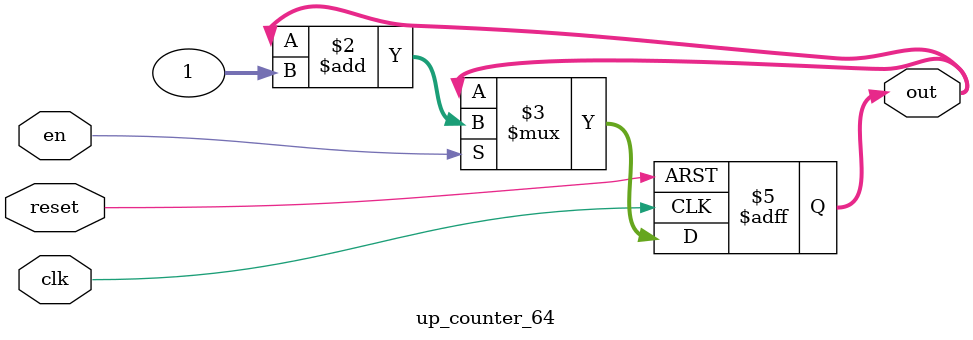
<source format=sv>
module up_counter_64    (
    output reg  [63:0] out     ,    // Output of the counter
    input  wire       clk      ,    // clock input
    input  wire       reset    ,    // reset input
    input  wire       en            // en input
);

//-------------Code Starts Here-------
always_ff @(posedge clk, posedge reset)
    if (reset) begin                // active high reset
      out <= 64'b0 ;
    end else if (en) begin
      out <=out+1;
    end
endmodule 

</source>
